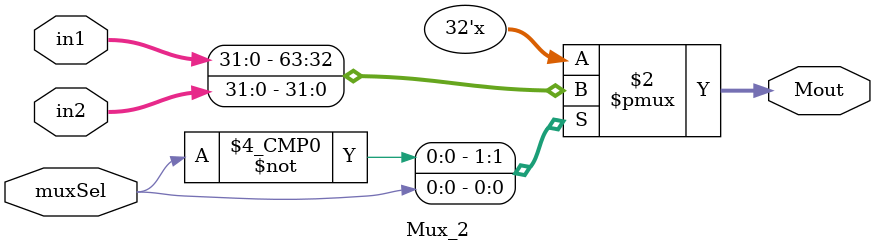
<source format=v>
module Mux_4_32 (muxSel,in1,in2,in3,in4,Mout);
    input [1:0]    muxSel;
    input [31:0]   in1,in2,in3,in4;
    output [31:0]  Mout;
    reg [31:0]     Mout;
    always@(muxSel or in1 or in2 or in3 or in4 ) 
    begin
        case(muxSel)
            2'b00: Mout <= in1;
            2'b01: Mout <= in2;
            2'b10: Mout <= in3;
            2'b11: Mout <= in4;
        endcase
    end
endmodule

module Mux_4_5 (muxSel,in1,in2,Mout);
    input [1:0]     muxSel;
    input [4:0]     in1,in2;
    output [4:0]    Mout;
    reg [4:0]       Mout;
    always@(muxSel or in1 or in2   ) 
    begin
        case(muxSel)
            2'b00: Mout <= in1;//rt
            2'b01: Mout <= in2;//rd
            2'b10: Mout <= 'h1f;
           // 2'b11: Mout <= in4;
        endcase
    end
endmodule

module Mux_2 (muxSel,in1,in2,Mout);    //it's deserted
    input  muxSel;
    input [31:0] in1,in2;
    output [31:0] Mout;
    reg [31:0] Mout;
    always@(muxSel or in1 or in2 ) 
    begin
        case(muxSel)
            1'b0: Mout <= in1;//????1?0???
            1'b1: Mout <= in2;
        endcase
    end
endmodule
</source>
